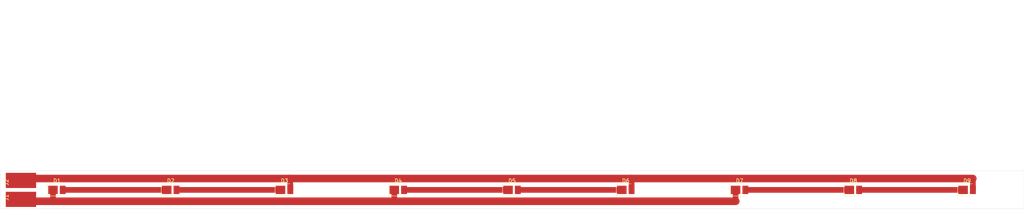
<source format=kicad_pcb>
(kicad_pcb (version 20211014) (generator pcbnew)
  (layers (0 "F.Cu" signal) (31 "B.Cu" signal) (34 "B.Paste" user) (35 "F.Paste" user) (36 "B.SilkS" user "B.Silkscreen") (37 "F.SilkS" user "F.Silkscreen") (38 "B.Mask" user) (39 "F.Mask" user) (44 "Edge.Cuts" user))
  (net 0 "")
  (net 1 "Net-(D3-Pad2)")
  (net 2 "Net-(D4-Pad2)")
  (net 3 "Net-(D7-Pad2)")
  (net 4 "Net-(D8-Pad2)")
  (net 5 "Net-(D1-Pad1)")
  (net 6 "Net-(D1-Pad2)")
  (net 7 "Net-(D2-Pad2)")
  (net 8 "Net-(D5-Pad2)")
  (footprint "LED_SMD:LED_PLCC_2835_Handsoldering" (layer "F.Cu") (at 149.5 110)
    (fp_text reference "D5" (at 0 -2.4) (layer "F.SilkS"))
    (fp_text value "JE2835AWT")
    (fp_line (start 1.4 -1.6) (end -2.5 -1.6) (layer "F.SilkS") (width 0.12))
    (fp_line (start 1.4 1.6) (end -2.5 1.6) (layer "F.SilkS") (width 0.12))
    (fp_line (start -2.5 -1.6) (end -2.5 1.6) (layer "F.SilkS") (width 0.12))
    (pad "1" smd rect locked (at -1.05 0) (size 2.5 2.2) (layers "F.Cu" "F.Paste" "F.Mask") (net 2 "Net-(D4-Pad2)"))
    (pad "2" smd rect locked (at 1.525 0) (size 1.55 2.2) (layers "F.Cu" "F.Paste" "F.Mask") (net 8 "Net-(D5-Pad2)"))
  )
  (footprint "LED_SMD:LED_PLCC_2835_Handsoldering" (layer "F.Cu") (at 179.5 110)
    (fp_text reference "D6" (at 0 -2.4) (layer "F.SilkS"))
    (fp_text value "JE2835AWT")
    (fp_line (start 1.4 -1.6) (end -2.5 -1.6) (layer "F.SilkS") (width 0.12))
    (fp_line (start 1.4 1.6) (end -2.5 1.6) (layer "F.SilkS") (width 0.12))
    (fp_line (start -2.5 -1.6) (end -2.5 1.6) (layer "F.SilkS") (width 0.12))
    (pad "1" smd rect locked (at -1.05 0) (size 2.5 2.2) (layers "F.Cu" "F.Paste" "F.Mask") (net 8 "Net-(D5-Pad2)"))
    (pad "2" smd rect locked (at 1.525 0) (size 1.55 2.2) (layers "F.Cu" "F.Paste" "F.Mask") (net 1 "Net-(D3-Pad2)"))
  )
  (footprint "Connector_Wire:SolderWirePad_1x01_SMD_5x10mm" (layer "F.Cu") (at 20 112 90)
    (fp_text reference "J1" (at 0 -3.81 90) (layer "F.SilkS"))
    (fp_text value "Conn_01x01")
    (pad "1" smd rect locked (at -0.5 0 90) (size 4 8) (layers "F.Cu" "F.Paste" "F.Mask") (net 5 "Net-(D1-Pad1)"))
  )
  (footprint "LED_SMD:LED_PLCC_2835_Handsoldering" (layer "F.Cu") (at 59.5 110)
    (fp_text reference "D2" (at 0 -2.4) (layer "F.SilkS"))
    (fp_text value "JE2835AWT")
    (fp_line (start -2.5 -1.6) (end -2.5 1.6) (layer "F.SilkS") (width 0.12))
    (fp_line (start 1.4 -1.6) (end -2.5 -1.6) (layer "F.SilkS") (width 0.12))
    (fp_line (start 1.4 1.6) (end -2.5 1.6) (layer "F.SilkS") (width 0.12))
    (pad "1" smd rect locked (at -1.05 0) (size 2.5 2.2) (layers "F.Cu" "F.Paste" "F.Mask") (net 6 "Net-(D1-Pad2)"))
    (pad "2" smd rect locked (at 1.525 0) (size 1.55 2.2) (layers "F.Cu" "F.Paste" "F.Mask") (net 7 "Net-(D2-Pad2)"))
  )
  (footprint "LED_SMD:LED_PLCC_2835_Handsoldering" (layer "F.Cu") (at 209.5 110)
    (fp_text reference "D7" (at 0 -2.4) (layer "F.SilkS"))
    (fp_text value "JE2835AWT")
    (fp_line (start 1.4 -1.6) (end -2.5 -1.6) (layer "F.SilkS") (width 0.12))
    (fp_line (start -2.5 -1.6) (end -2.5 1.6) (layer "F.SilkS") (width 0.12))
    (fp_line (start 1.4 1.6) (end -2.5 1.6) (layer "F.SilkS") (width 0.12))
    (pad "1" smd rect locked (at -1.05 0) (size 2.5 2.2) (layers "F.Cu" "F.Paste" "F.Mask") (net 5 "Net-(D1-Pad1)"))
    (pad "2" smd rect locked (at 1.525 0) (size 1.55 2.2) (layers "F.Cu" "F.Paste" "F.Mask") (net 3 "Net-(D7-Pad2)"))
  )
  (footprint "LED_SMD:LED_PLCC_2835_Handsoldering" (layer "F.Cu") (at 119.5 110)
    (fp_text reference "D4" (at 0 -2.4) (layer "F.SilkS"))
    (fp_text value "JE2835AWT")
    (fp_line (start 1.4 1.6) (end -2.5 1.6) (layer "F.SilkS") (width 0.12))
    (fp_line (start 1.4 -1.6) (end -2.5 -1.6) (layer "F.SilkS") (width 0.12))
    (fp_line (start -2.5 -1.6) (end -2.5 1.6) (layer "F.SilkS") (width 0.12))
    (pad "1" smd rect locked (at -1.05 0) (size 2.5 2.2) (layers "F.Cu" "F.Paste" "F.Mask") (net 5 "Net-(D1-Pad1)"))
    (pad "2" smd rect locked (at 1.525 0) (size 1.55 2.2) (layers "F.Cu" "F.Paste" "F.Mask") (net 2 "Net-(D4-Pad2)"))
  )
  (footprint "Connector_Wire:SolderWirePad_1x01_SMD_5x10mm" (layer "F.Cu") (at 20 108 90)
    (fp_text reference "J2" (at 0 -3.81 90) (layer "F.SilkS"))
    (fp_text value "Conn_01x01")
    (pad "1" smd rect locked (at 0.5 0 90) (size 4 8) (layers "F.Cu" "F.Paste" "F.Mask") (net 1 "Net-(D3-Pad2)"))
  )
  (footprint "LED_SMD:LED_PLCC_2835_Handsoldering" (layer "F.Cu") (at 29.5 110)
    (fp_text reference "D1" (at 0 -2.4) (layer "F.SilkS"))
    (fp_text value "JE2835AWT")
    (fp_line (start -2.5 -1.6) (end -2.5 1.6) (layer "F.SilkS") (width 0.12))
    (fp_line (start 1.4 1.6) (end -2.5 1.6) (layer "F.SilkS") (width 0.12))
    (fp_line (start 1.4 -1.6) (end -2.5 -1.6) (layer "F.SilkS") (width 0.12))
    (pad "1" smd rect locked (at -1.05 0) (size 2.5 2.2) (layers "F.Cu" "F.Paste" "F.Mask") (net 5 "Net-(D1-Pad1)"))
    (pad "2" smd rect locked (at 1.525 0) (size 1.55 2.2) (layers "F.Cu" "F.Paste" "F.Mask") (net 6 "Net-(D1-Pad2)"))
  )
  (footprint "LED_SMD:LED_PLCC_2835_Handsoldering" (layer "F.Cu") (at 89.5 110)
    (fp_text reference "D3" (at 0 -2.4) (layer "F.SilkS"))
    (fp_text value "JE2835AWT")
    (fp_line (start -2.5 -1.6) (end -2.5 1.6) (layer "F.SilkS") (width 0.12))
    (fp_line (start 1.4 1.6) (end -2.5 1.6) (layer "F.SilkS") (width 0.12))
    (fp_line (start 1.4 -1.6) (end -2.5 -1.6) (layer "F.SilkS") (width 0.12))
    (pad "1" smd rect locked (at -1.05 0) (size 2.5 2.2) (layers "F.Cu" "F.Paste" "F.Mask") (net 7 "Net-(D2-Pad2)"))
    (pad "2" smd rect locked (at 1.525 0) (size 1.55 2.2) (layers "F.Cu" "F.Paste" "F.Mask") (net 1 "Net-(D3-Pad2)"))
  )
  (footprint "LED_SMD:LED_PLCC_2835_Handsoldering" (layer "F.Cu") (at 269.5 110)
    (fp_text reference "D9" (at 0 -2.4) (layer "F.SilkS"))
    (fp_text value "JE2835AWT")
    (fp_line (start 1.4 -1.6) (end -2.5 -1.6) (layer "F.SilkS") (width 0.12))
    (fp_line (start -2.5 -1.6) (end -2.5 1.6) (layer "F.SilkS") (width 0.12))
    (fp_line (start 1.4 1.6) (end -2.5 1.6) (layer "F.SilkS") (width 0.12))
    (pad "1" smd rect locked (at -1.05 0) (size 2.5 2.2) (layers "F.Cu" "F.Paste" "F.Mask") (net 4 "Net-(D8-Pad2)"))
    (pad "2" smd rect locked (at 1.525 0) (size 1.55 2.2) (layers "F.Cu" "F.Paste" "F.Mask") (net 1 "Net-(D3-Pad2)"))
  )
  (footprint "LED_SMD:LED_PLCC_2835_Handsoldering" (layer "F.Cu") (at 239.5 110)
    (fp_text reference "D8" (at 0 -2.4) (layer "F.SilkS"))
    (fp_text value "JE2835AWT")
    (fp_line (start -2.5 -1.6) (end -2.5 1.6) (layer "F.SilkS") (width 0.12))
    (fp_line (start 1.4 1.6) (end -2.5 1.6) (layer "F.SilkS") (width 0.12))
    (fp_line (start 1.4 -1.6) (end -2.5 -1.6) (layer "F.SilkS") (width 0.12))
    (pad "1" smd rect locked (at -1.05 0) (size 2.5 2.2) (layers "F.Cu" "F.Paste" "F.Mask") (net 3 "Net-(D7-Pad2)"))
    (pad "2" smd rect locked (at 1.525 0) (size 1.55 2.2) (layers "F.Cu" "F.Paste" "F.Mask") (net 4 "Net-(D8-Pad2)"))
  )
  (gr_rect locked (start 14.5 105) (end 284.5 115) (layer "Edge.Cuts") (width 0.05) (fill none))
  (segment (start 20.5 107.5) (end 21 107) (width 2) (layer "F.Cu") (net 1))
  (segment (start 91 107) (end 181 107) (width 2) (layer "F.Cu") (net 1))
  (segment (start 91.025 108.525) (end 91 108.5) (width 1.5) (layer "F.Cu") (net 1))
  (segment (start 181.025 110) (end 181.025 107.025) (width 1.5) (layer "F.Cu") (net 1))
  (segment (start 271.025 110) (end 271.025 107.025) (width 1.5) (layer "F.Cu") (net 1))
  (segment (start 271.025 107.025) (end 271 107) (width 1) (layer "F.Cu") (net 1))
  (segment (start 91 108.5) (end 91 107) (width 1.5) (layer "F.Cu") (net 1))
  (segment (start 181.025 107.025) (end 181 107) (width 1) (layer "F.Cu") (net 1))
  (segment (start 21 107) (end 91 107) (width 2) (layer "F.Cu") (net 1))
  (segment (start 91.025 110) (end 91.025 108.525) (width 1.5) (layer "F.Cu") (net 1))
  (segment (start 181 107) (end 271 107) (width 2) (layer "F.Cu") (net 1))
  (segment (start 148.45 110) (end 121.025 110) (width 1.5) (layer "F.Cu") (net 2))
  (segment (start 238.45 110) (end 211.025 110) (width 1.5) (layer "F.Cu") (net 3))
  (segment (start 268.45 110) (end 241.025 110) (width 1.5) (layer "F.Cu") (net 4))
  (segment (start 118.45 112.95) (end 118.5 113) (width 1.5) (layer "F.Cu") (net 5))
  (segment (start 208.45 112.95) (end 208.5 113) (width 1) (layer "F.Cu") (net 5))
  (segment (start 20.5 112.5) (end 21 113) (width 2) (layer "F.Cu") (net 5))
  (segment (start 118.5 113) (end 208.5 113) (width 2) (layer "F.Cu") (net 5))
  (segment (start 28.5 113) (end 118.5 113) (width 2) (layer "F.Cu") (net 5))
  (segment (start 21 113) (end 28.5 113) (width 2) (layer "F.Cu") (net 5))
  (segment (start 28.45 112.95) (end 28.5 113) (width 1.5) (layer "F.Cu") (net 5))
  (segment (start 28.45 110) (end 28.45 112.95) (width 1.5) (layer "F.Cu") (net 5))
  (segment (start 208.45 110) (end 208.45 112.95) (width 1.5) (layer "F.Cu") (net 5))
  (segment (start 118.45 110) (end 118.45 112.95) (width 1.5) (layer "F.Cu") (net 5))
  (segment (start 58.45 110) (end 31.025 110) (width 1.5) (layer "F.Cu") (net 6))
  (segment (start 88.45 110) (end 61.025 110) (width 1.5) (layer "F.Cu") (net 7))
  (segment (start 178.45 110) (end 151.025 110) (width 1.5) (layer "F.Cu") (net 8))
)
</source>
